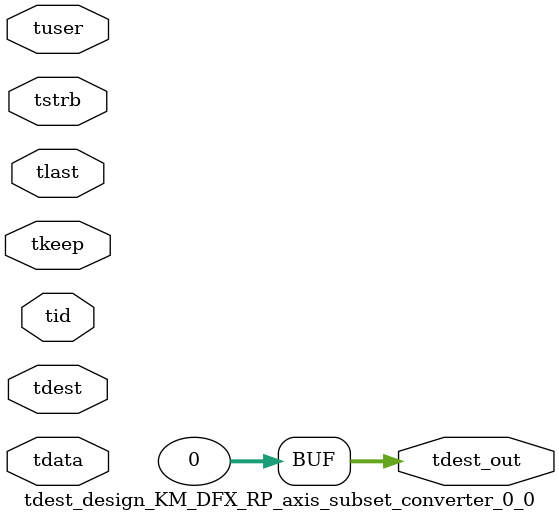
<source format=v>


`timescale 1ps/1ps

module tdest_design_KM_DFX_RP_axis_subset_converter_0_0 #
(
parameter C_S_AXIS_TDATA_WIDTH = 32,
parameter C_S_AXIS_TUSER_WIDTH = 0,
parameter C_S_AXIS_TID_WIDTH   = 0,
parameter C_S_AXIS_TDEST_WIDTH = 0,
parameter C_M_AXIS_TDEST_WIDTH = 32
)
(
input  [(C_S_AXIS_TDATA_WIDTH == 0 ? 1 : C_S_AXIS_TDATA_WIDTH)-1:0     ] tdata,
input  [(C_S_AXIS_TUSER_WIDTH == 0 ? 1 : C_S_AXIS_TUSER_WIDTH)-1:0     ] tuser,
input  [(C_S_AXIS_TID_WIDTH   == 0 ? 1 : C_S_AXIS_TID_WIDTH)-1:0       ] tid,
input  [(C_S_AXIS_TDEST_WIDTH == 0 ? 1 : C_S_AXIS_TDEST_WIDTH)-1:0     ] tdest,
input  [(C_S_AXIS_TDATA_WIDTH/8)-1:0 ] tkeep,
input  [(C_S_AXIS_TDATA_WIDTH/8)-1:0 ] tstrb,
input                                                                    tlast,
output [C_M_AXIS_TDEST_WIDTH-1:0] tdest_out
);

assign tdest_out = {1'b0};

endmodule


</source>
